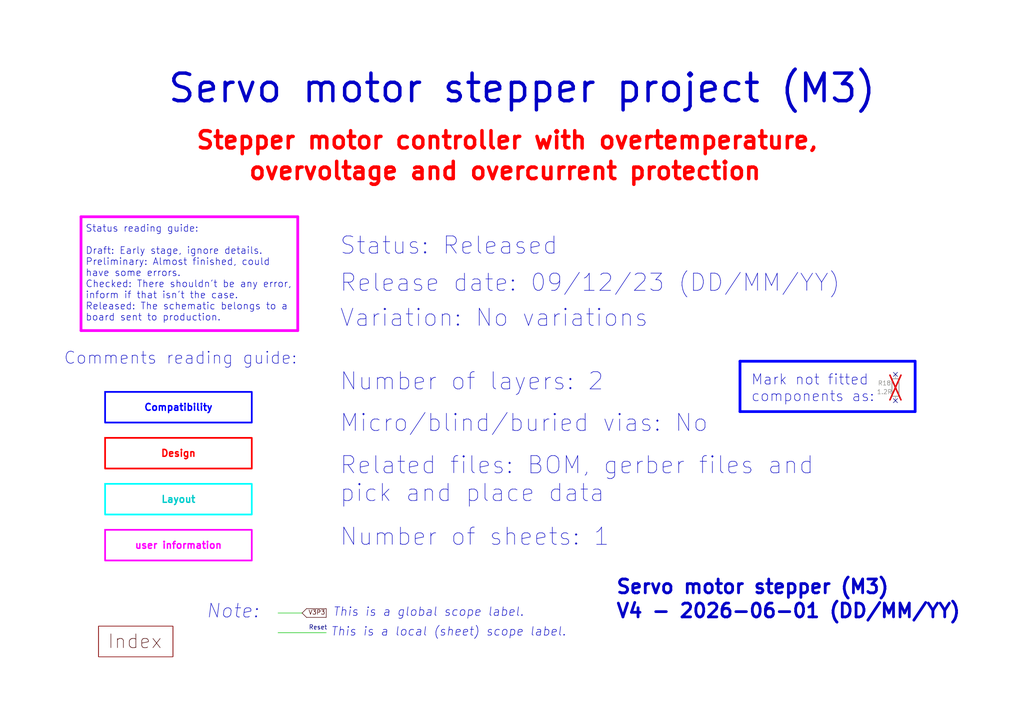
<source format=kicad_sch>
(kicad_sch (version 20230121) (generator eeschema)
  (paper "A4")
  (title_block (title "Servo motor stepper - M3  project") (date "2023-12-09") (rev "V4"))
  (lib_symbols
    (symbol "Device:R" (pin_numbers hide) (pin_names (offset 0))
      (property "Reference" "R" (at 2.032 0 90))
      (property "Value" "R" (at 0 0 90))
      (symbol "R_0_1"
        (rectangle (start -1.016 -2.54) (end 1.016 2.54) (stroke (width 0.254)))
      )
      (symbol "R_1_1"
        (pin passive line (at 0 3.81 270) (length 1.27) (name "~") (number "1"))
        (pin passive line (at 0 -3.81 90) (length 1.27) (name "~") (number "2"))
      )
    )
  )
  (no_connect (at 259.715 108.585))
  (no_connect (at 259.715 116.205))
  (polyline (pts (xy 88.9 176.53) (xy 94.615 176.53)) (stroke (width 0) (color 72 0 0 1)))
  (polyline (pts (xy 214.63 104.775) (xy 265.43 104.775)) (stroke (width 0.8) (type solid) (color 0 0 255 1)))
  (polyline (pts (xy 23.495 95.885) (xy 23.495 62.865)) (stroke (width 0.8) (color 255 0 255 1)))
  (polyline (pts (xy 80.645 177.8) (xy 87.63 177.8)) (stroke (width 0) (color 0 194 0 1)))
  (polyline (pts (xy 87.63 177.8) (xy 88.9 179.07)) (stroke (width 0) (color 72 0 0 1)))
  (polyline (pts (xy 86.36 95.885) (xy 23.495 95.885)) (stroke (width 0.8) (color 255 0 255 1)))
  (polyline (pts (xy 265.43 119.38) (xy 214.63 119.38)) (stroke (width 0.8) (type solid) (color 0 0 255 1)))
  (polyline (pts (xy 265.43 104.775) (xy 265.43 119.38)) (stroke (width 0.8) (type solid) (color 0 0 255 1)))
  (polyline (pts (xy 88.9 179.07) (xy 94.615 179.07)) (stroke (width 0) (color 72 0 0 1)))
  (polyline (pts (xy 23.495 62.865) (xy 86.36 62.865)) (stroke (width 0.8) (color 255 0 255 1)))
  (polyline (pts (xy 80.645 183.515) (xy 94.615 183.515)) (stroke (width 0) (color 0 194 0 1)))
  (polyline (pts (xy 86.36 62.865) (xy 86.36 95.885)) (stroke (width 0.8) (color 255 0 255 1)))
  (polyline (pts (xy 94.615 176.53) (xy 94.615 179.07)) (stroke (width 0) (color 72 0 0 1)))
  (polyline (pts (xy 214.63 119.38) (xy 214.63 104.775)) (stroke (width 0.8) (type solid) (color 0 0 255 1)))
  (polyline (pts (xy 87.63 177.8) (xy 88.9 176.53)) (stroke (width 0) (color 72 0 0 1)))
  (text_box "Design" (at 30.48 127 0) (size 42.545 8.89) (stroke (width 0.5) (color 255 0 0 1)) (effects (font (size 2 2) (thickness 0.4) bold)))
  (text_box "user information" (at 30.48 153.67 0) (size 42.545 8.89) (stroke (width 0.5) (color 255 0 255 1)) (effects (font (size 2 2) (thickness 0.4) bold)))
  (text_box "Compatibility" (at 30.48 113.665 0) (size 42.545 8.89) (stroke (width 0.5) (color 0 0 255 1)) (effects (font (size 2 2) (thickness 0.4) bold)))
  (text_box "Layout" (at 30.48 140.335 0) (size 42.545 8.89) (stroke (width 0.5) (color 0 255 255 1)) (effects (font (size 2 2) (thickness 0.4) bold)))
  (text "Variation: No variations" (at 98.425 95.25 0) (effects (font (size 5 5)) (justify left bottom)))
  (text "${REVISION} - ${CURRENT_DATE} (DD/MM/YY)" (at 178.435 179.705 0) (effects (font (size 4 4) (thickness 0.8) bold) (justify left bottom)))
  (text "Status reading guide:\n\nDraft: Early stage, ignore details.\nPreliminary: Almost finished, could\nhave some errors.\nChecked: There shouldn't be any error,\ninform if that isn't the case.\nReleased: The schematic belongs to a \nboard sent to production." (at 24.765 93.345 0) (effects (font (size 2 2)) (justify left bottom)))
  (text "Servo motor stepper project (M3)" (at 48.26 30.48 0) (effects (font (size 8 8) (thickness 1) bold) (justify left bottom)))
  (text "This is a global scope label." (at 96.52 179.07 0) (effects (font (size 2.5 2.5) italic) (justify left bottom)))
  (text "Micro/blind/buried vias: No" (at 98.425 125.73 0) (effects (font (size 5 5)) (justify left bottom)))
  (text "Status: Released" (at 98.425 74.295 0) (effects (font (size 5 5)) (justify left bottom)))
  (text "Comments reading guide:" (at 18.415 106.045 0) (effects (font (size 3.5 3.5)) (justify left bottom)))
  (text "overvoltage and overcurrent protection" (at 71.755 52.705 0) (effects (font (size 5 5) (thickness 1) bold) (justify left bottom)))
  (text "Reset" (at 89.535 182.88 0) (effects (font (size 1.27 1.27)) (justify left bottom)))
  (text "Note:" (at 59.69 179.705 0) (effects (font (size 4 4) italic) (justify left bottom)))
  (text "Stepper motor controller with overtemperature," (at 56.515 43.815 0) (effects (font (size 5 5) (thickness 1) bold) (justify left bottom)))
  (text "Related files: BOM, gerber files and\npick and place data" (at 98.425 146.05 0) (effects (font (size 5 5)) (justify left bottom)))
  (text "Number of sheets: 1" (at 98.425 158.75 0) (effects (font (size 5 5)) (justify left bottom)))
  (text "This is a local (sheet) scope label." (at 95.885 184.785 0) (effects (font (size 2.5 2.5) italic) (justify left bottom)))
  (text "Index" (at 31.115 188.595 0) (effects (font (size 4 4)) (justify left bottom)))
  (text "Mark not fitted\ncomponents as:" (at 217.805 116.84 0) (effects (font (size 3 3)) (justify left bottom)))
  (text "Number of layers: 2" (at 98.425 113.665 0) (effects (font (size 5 5)) (justify left bottom)))
  (text "Release date: 09/12/23 (DD/MM/YY)" (at 98.425 85.09 0) (effects (font (size 5 5)) (justify left bottom)))
  (text "V3P3" (at 89.408 178.562 0) (effects (font (size 1.27 1.27)) (justify left bottom)))
  (text "Servo motor stepper (M3)" (at 178.435 172.72 0) (effects (font (size 4 4) (thickness 0.8) bold) (justify left bottom)))
  (symbol (lib_id "Device:R") (at 259.715 112.395 0) (unit 1) (in_bom no) (on_board no) (dnp yes)
    (property "Reference" "R18" (at 256.54 111.125 0))
    (property "Value" "1.2R" (at 256.54 113.665 0))
    (property "Footprint" "Resistor_SMD:R_0402_1005Metric" (effects hide))
    (property "Sim.Enable" "0" (effects hide))
  )
  (sheet (at 28.575 181.61) (size 21.59 8.89) (stroke (width 0.1524))
    (property "Sheetname" "index" (effects hide))
    (property "Sheetfile" "index.kicad_sch" (effects hide))
  )
)
</source>
